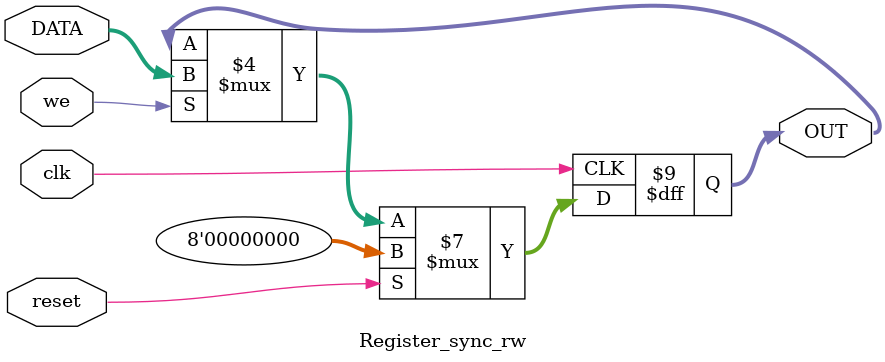
<source format=v>
module Register_sync_rw #(
     parameter WIDTH=8)
    (
	  input  clk, reset,we,
	  input	[WIDTH-1:0] DATA,
	  output reg [WIDTH-1:0] OUT
    );
	 
always@(negedge clk) begin
	if (reset == 1'b1)
		OUT<={WIDTH{1'b0}};
	else if(we==1'b1)	
		OUT<=DATA;
end
	 
endmodule	 
</source>
